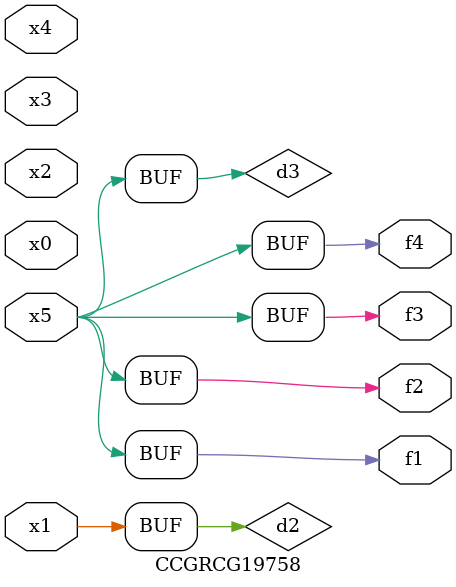
<source format=v>
module CCGRCG19758(
	input x0, x1, x2, x3, x4, x5,
	output f1, f2, f3, f4
);

	wire d1, d2, d3;

	not (d1, x5);
	or (d2, x1);
	xnor (d3, d1);
	assign f1 = d3;
	assign f2 = d3;
	assign f3 = d3;
	assign f4 = d3;
endmodule

</source>
